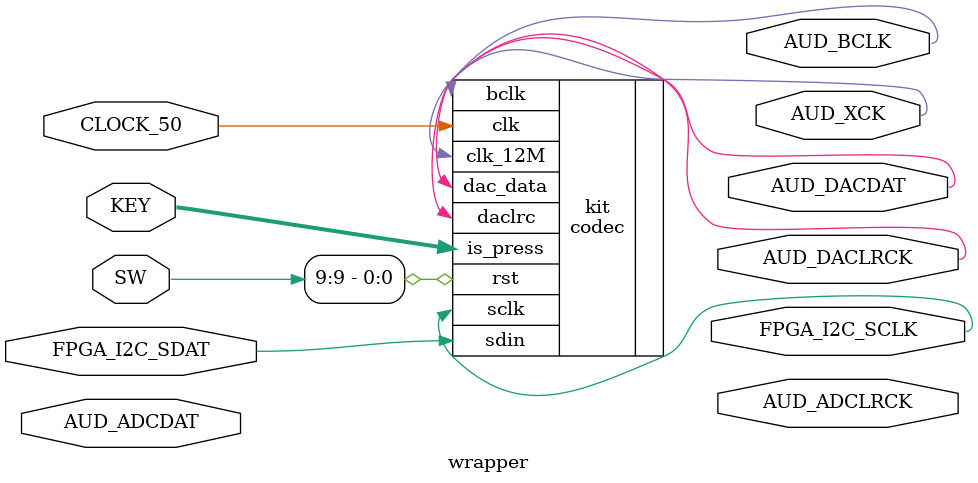
<source format=sv>
module wrapper (
   // WM8731 pins
   output logic AUD_BCLK     ,
   output logic AUD_XCK      ,
   output logic AUD_ADCLRCK  ,
   input  logic AUD_ADCDAT   ,
   output logic AUD_DACLRCK  ,
   output logic AUD_DACDAT   ,
   // FPGA pins
   input  logic CLOCK_50     ,
   input  logic [3:0] KEY    ,
   input  logic [9:0] SW     ,
   output logic FPGA_I2C_SCLK,
   inout  wire  FPGA_I2C_SDAT
);

   codec kit (
      .clk      (CLOCK_50)     ,
      .rst      (SW[9])        , 
      .is_press (KEY)          ,
      .sclk     (FPGA_I2C_SCLK),
      .sdin     (FPGA_I2C_SDAT),
      .bclk     (AUD_BCLK)     ,
      .clk_12M  (AUD_XCK)      ,
      .daclrc   (AUD_DACLRCK)  ,
      .dac_data (AUD_DACDAT)
   );

endmodule : wrapper 
</source>
